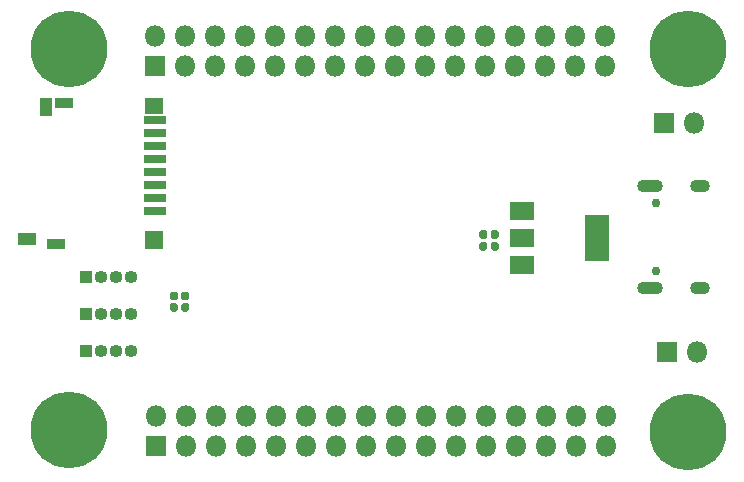
<source format=gbr>
%TF.GenerationSoftware,KiCad,Pcbnew,(5.1.6)-1*%
%TF.CreationDate,2020-08-08T14:22:08+05:30*%
%TF.ProjectId,F745_DISC,46373435-5f44-4495-9343-2e6b69636164,rev?*%
%TF.SameCoordinates,Original*%
%TF.FileFunction,Soldermask,Bot*%
%TF.FilePolarity,Negative*%
%FSLAX46Y46*%
G04 Gerber Fmt 4.6, Leading zero omitted, Abs format (unit mm)*
G04 Created by KiCad (PCBNEW (5.1.6)-1) date 2020-08-08 14:22:08*
%MOMM*%
%LPD*%
G01*
G04 APERTURE LIST*
%ADD10O,1.100000X1.100000*%
%ADD11R,1.100000X1.100000*%
%ADD12O,1.800000X1.800000*%
%ADD13R,1.800000X1.800000*%
%ADD14R,2.100000X1.600000*%
%ADD15R,2.100000X3.900000*%
%ADD16C,0.750000*%
%ADD17O,1.700000X1.100000*%
%ADD18O,2.200000X1.100000*%
%ADD19R,1.650000X1.100000*%
%ADD20R,1.600000X1.600000*%
%ADD21R,1.850000X0.800000*%
%ADD22R,1.500000X0.900000*%
%ADD23R,1.100000X1.550000*%
%ADD24R,1.600000X0.900000*%
%ADD25R,1.600000X1.400000*%
%ADD26C,0.900000*%
%ADD27C,6.500000*%
G04 APERTURE END LIST*
D10*
%TO.C,SPI*%
X42450000Y-59430000D03*
X41180000Y-59430000D03*
X39910000Y-59430000D03*
D11*
X38640000Y-59430000D03*
%TD*%
D10*
%TO.C,SWD*%
X42450000Y-56290000D03*
X41180000Y-56290000D03*
X39910000Y-56290000D03*
D11*
X38640000Y-56290000D03*
%TD*%
D10*
%TO.C,UART*%
X42450000Y-53150000D03*
X41180000Y-53150000D03*
X39910000Y-53150000D03*
D11*
X38640000Y-53150000D03*
%TD*%
D12*
%TO.C,J4*%
X82630000Y-64910000D03*
X82630000Y-67450000D03*
X80090000Y-64910000D03*
X80090000Y-67450000D03*
X77550000Y-64910000D03*
X77550000Y-67450000D03*
X75010000Y-64910000D03*
X75010000Y-67450000D03*
X72470000Y-64910000D03*
X72470000Y-67450000D03*
X69930000Y-64910000D03*
X69930000Y-67450000D03*
X67390000Y-64910000D03*
X67390000Y-67450000D03*
X64850000Y-64910000D03*
X64850000Y-67450000D03*
X62310000Y-64910000D03*
X62310000Y-67450000D03*
X59770000Y-64910000D03*
X59770000Y-67450000D03*
X57230000Y-64910000D03*
X57230000Y-67450000D03*
X54690000Y-64910000D03*
X54690000Y-67450000D03*
X52150000Y-64910000D03*
X52150000Y-67450000D03*
X49610000Y-64910000D03*
X49610000Y-67450000D03*
X47070000Y-64910000D03*
X47070000Y-67450000D03*
X44530000Y-64910000D03*
D13*
X44530000Y-67450000D03*
%TD*%
D12*
%TO.C,J3*%
X82580000Y-32740000D03*
X82580000Y-35280000D03*
X80040000Y-32740000D03*
X80040000Y-35280000D03*
X77500000Y-32740000D03*
X77500000Y-35280000D03*
X74960000Y-32740000D03*
X74960000Y-35280000D03*
X72420000Y-32740000D03*
X72420000Y-35280000D03*
X69880000Y-32740000D03*
X69880000Y-35280000D03*
X67340000Y-32740000D03*
X67340000Y-35280000D03*
X64800000Y-32740000D03*
X64800000Y-35280000D03*
X62260000Y-32740000D03*
X62260000Y-35280000D03*
X59720000Y-32740000D03*
X59720000Y-35280000D03*
X57180000Y-32740000D03*
X57180000Y-35280000D03*
X54640000Y-32740000D03*
X54640000Y-35280000D03*
X52100000Y-32740000D03*
X52100000Y-35280000D03*
X49560000Y-32740000D03*
X49560000Y-35280000D03*
X47020000Y-32740000D03*
X47020000Y-35280000D03*
X44480000Y-32740000D03*
D13*
X44480000Y-35280000D03*
%TD*%
D14*
%TO.C,3.3 VREG*%
X75560000Y-52150000D03*
X75560000Y-47550000D03*
X75560000Y-49850000D03*
D15*
X81860000Y-49850000D03*
%TD*%
D12*
%TO.C,I2C*%
X90370000Y-59480000D03*
D13*
X87830000Y-59480000D03*
%TD*%
D12*
%TO.C,CAN*%
X90080000Y-40140000D03*
D13*
X87540000Y-40140000D03*
%TD*%
D16*
%TO.C,USBC*%
X86895000Y-52690000D03*
X86895000Y-46910000D03*
D17*
X90575000Y-45480000D03*
X90575000Y-54120000D03*
D18*
X86395000Y-45480000D03*
X86395000Y-54120000D03*
%TD*%
D19*
%TO.C,J1*%
X33650000Y-49985000D03*
D20*
X44325000Y-50035000D03*
D21*
X44450000Y-47585000D03*
X44450000Y-46485000D03*
X44450000Y-45385000D03*
X44450000Y-44285000D03*
X44450000Y-43185000D03*
X44450000Y-42085000D03*
X44450000Y-40985000D03*
D22*
X36075000Y-50385000D03*
D23*
X35225000Y-38760000D03*
D24*
X36725000Y-38435000D03*
D25*
X44325000Y-38685000D03*
D21*
X44450000Y-39885000D03*
%TD*%
D26*
%TO.C,H3*%
X38897056Y-64402944D03*
X37200000Y-63700000D03*
X35502944Y-64402944D03*
X34800000Y-66100000D03*
X35502944Y-67797056D03*
X37200000Y-68500000D03*
X38897056Y-67797056D03*
X39600000Y-66100000D03*
D27*
X37200000Y-66100000D03*
%TD*%
D26*
%TO.C,H2*%
X91297056Y-32202944D03*
X89600000Y-31500000D03*
X87902944Y-32202944D03*
X87200000Y-33900000D03*
X87902944Y-35597056D03*
X89600000Y-36300000D03*
X91297056Y-35597056D03*
X92000000Y-33900000D03*
D27*
X89600000Y-33900000D03*
%TD*%
D26*
%TO.C,H1*%
X91297056Y-64602944D03*
X89600000Y-63900000D03*
X87902944Y-64602944D03*
X87200000Y-66300000D03*
X87902944Y-67997056D03*
X89600000Y-68700000D03*
X91297056Y-67997056D03*
X92000000Y-66300000D03*
D27*
X89600000Y-66300000D03*
%TD*%
D26*
%TO.C,H0*%
X38897056Y-32202944D03*
X37200000Y-31500000D03*
X35502944Y-32202944D03*
X34800000Y-33900000D03*
X35502944Y-35597056D03*
X37200000Y-36300000D03*
X38897056Y-35597056D03*
X39600000Y-33900000D03*
D27*
X37200000Y-33900000D03*
%TD*%
%TO.C,C4_ST1*%
G36*
G01*
X45695000Y-55922500D02*
X45695000Y-55527500D01*
G75*
G02*
X45867500Y-55355000I172500J0D01*
G01*
X46212500Y-55355000D01*
G75*
G02*
X46385000Y-55527500I0J-172500D01*
G01*
X46385000Y-55922500D01*
G75*
G02*
X46212500Y-56095000I-172500J0D01*
G01*
X45867500Y-56095000D01*
G75*
G02*
X45695000Y-55922500I0J172500D01*
G01*
G37*
G36*
G01*
X46665000Y-55922500D02*
X46665000Y-55527500D01*
G75*
G02*
X46837500Y-55355000I172500J0D01*
G01*
X47182500Y-55355000D01*
G75*
G02*
X47355000Y-55527500I0J-172500D01*
G01*
X47355000Y-55922500D01*
G75*
G02*
X47182500Y-56095000I-172500J0D01*
G01*
X46837500Y-56095000D01*
G75*
G02*
X46665000Y-55922500I0J172500D01*
G01*
G37*
%TD*%
%TO.C,C3_ST1*%
G36*
G01*
X45685000Y-54972500D02*
X45685000Y-54577500D01*
G75*
G02*
X45857500Y-54405000I172500J0D01*
G01*
X46202500Y-54405000D01*
G75*
G02*
X46375000Y-54577500I0J-172500D01*
G01*
X46375000Y-54972500D01*
G75*
G02*
X46202500Y-55145000I-172500J0D01*
G01*
X45857500Y-55145000D01*
G75*
G02*
X45685000Y-54972500I0J172500D01*
G01*
G37*
G36*
G01*
X46655000Y-54972500D02*
X46655000Y-54577500D01*
G75*
G02*
X46827500Y-54405000I172500J0D01*
G01*
X47172500Y-54405000D01*
G75*
G02*
X47345000Y-54577500I0J-172500D01*
G01*
X47345000Y-54972500D01*
G75*
G02*
X47172500Y-55145000I-172500J0D01*
G01*
X46827500Y-55145000D01*
G75*
G02*
X46655000Y-54972500I0J172500D01*
G01*
G37*
%TD*%
%TO.C,C2_VREG1*%
G36*
G01*
X72580000Y-50362500D02*
X72580000Y-50757500D01*
G75*
G02*
X72407500Y-50930000I-172500J0D01*
G01*
X72062500Y-50930000D01*
G75*
G02*
X71890000Y-50757500I0J172500D01*
G01*
X71890000Y-50362500D01*
G75*
G02*
X72062500Y-50190000I172500J0D01*
G01*
X72407500Y-50190000D01*
G75*
G02*
X72580000Y-50362500I0J-172500D01*
G01*
G37*
G36*
G01*
X73550000Y-50362500D02*
X73550000Y-50757500D01*
G75*
G02*
X73377500Y-50930000I-172500J0D01*
G01*
X73032500Y-50930000D01*
G75*
G02*
X72860000Y-50757500I0J172500D01*
G01*
X72860000Y-50362500D01*
G75*
G02*
X73032500Y-50190000I172500J0D01*
G01*
X73377500Y-50190000D01*
G75*
G02*
X73550000Y-50362500I0J-172500D01*
G01*
G37*
%TD*%
%TO.C,C1_VREG1*%
G36*
G01*
X72860000Y-49767500D02*
X72860000Y-49372500D01*
G75*
G02*
X73032500Y-49200000I172500J0D01*
G01*
X73377500Y-49200000D01*
G75*
G02*
X73550000Y-49372500I0J-172500D01*
G01*
X73550000Y-49767500D01*
G75*
G02*
X73377500Y-49940000I-172500J0D01*
G01*
X73032500Y-49940000D01*
G75*
G02*
X72860000Y-49767500I0J172500D01*
G01*
G37*
G36*
G01*
X71890000Y-49767500D02*
X71890000Y-49372500D01*
G75*
G02*
X72062500Y-49200000I172500J0D01*
G01*
X72407500Y-49200000D01*
G75*
G02*
X72580000Y-49372500I0J-172500D01*
G01*
X72580000Y-49767500D01*
G75*
G02*
X72407500Y-49940000I-172500J0D01*
G01*
X72062500Y-49940000D01*
G75*
G02*
X71890000Y-49767500I0J172500D01*
G01*
G37*
%TD*%
M02*

</source>
